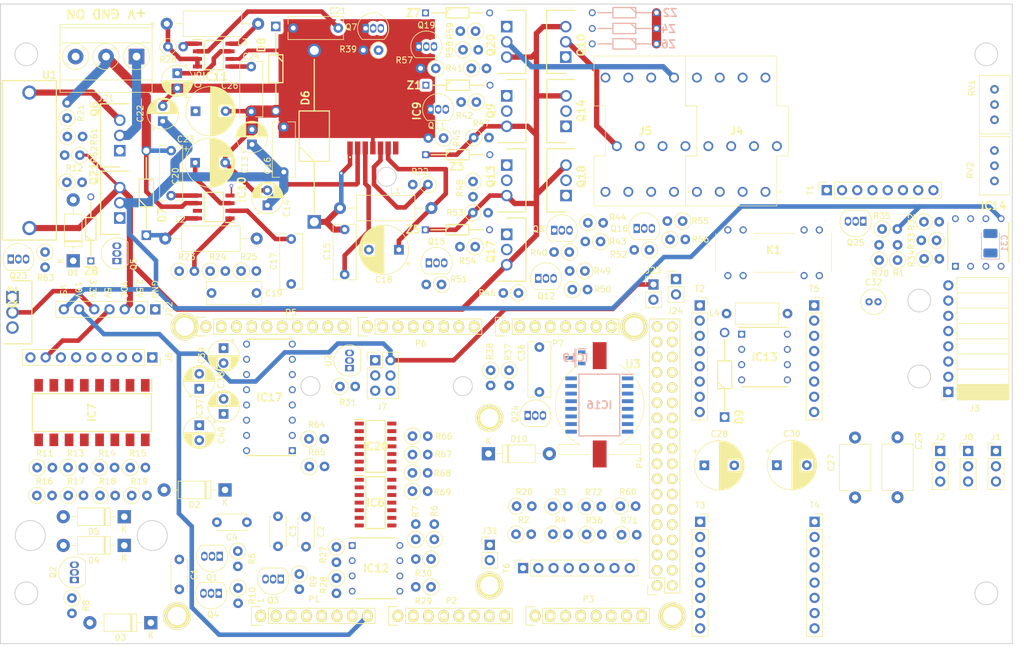
<source format=kicad_pcb>
(kicad_pcb (version 20211014) (generator pcbnew)
  (title_block (date "mar. 31 mars 2015"))
  (layers (0 "F.Cu" power) (1 "In1.Cu" signal) (2 "In2.Cu" signal) (31 "B.Cu" power) (34 "B.Paste" user) (35 "F.Paste" user) (36 "B.SilkS" user "B.Silkscreen") (37 "F.SilkS" user "F.Silkscreen") (38 "B.Mask" user) (39 "F.Mask" user) (44 "Edge.Cuts" user))
  (net 0 "")
  (net 1 "GND")
  (net 2 "+5V")
  (net 3 "+10V")
  (net 4 "+VDC")
  (net 5 "Net-(D10-Pad1)")
  (net 6 "Net-(J31-Pad1)")
  (net 7 "Net-(K1-Pad1)")
  (net 19 "SCLK")
  (net 20 "MOSI")
  (net 21 "MISO")
  (net 23 "Net-(C15-Pad1)")
  (net 24 "Net-(D3-Pad1)")
  (net 25 "ThrottlePositionADC")
  (net 26 "Net-(C15-Pad2)")
  (net 27 "Net-(D2-Pad2)")
  (net 28 "Net-(D3-Pad2)")
  (net 29 "Net-(D4-Pad2)")
  (net 30 "Net-(D8-Pad1)")
  (net 31 "Net-(D9-Pad1)")
  (net 32 "GPSRX")
  (net 33 "GPSTX")
  (net 34 "AltCurrent")
  (net 35 "FuelPressure2")
  (net 36 "AFR2")
  (net 37 "FuelPressure1")
  (net 38 "AFR1")
  (net 39 "OilPressure")
  (net 40 "SCL")
  (net 41 "SDA")
  (net 42 "WaterCS")
  (net 43 "Net-(C37-Pad1)")
  (net 44 "Net-(C38-Pad1)")
  (net 45 "/Sheet6152913C/RSCOM2TX")
  (net 46 "LsideCS")
  (net 47 "CarbCS")
  (net 48 "AmbientCS")
  (net 49 "RsideCS")
  (net 50 "FrontCS")
  (net 51 "Logging")
  (net 52 "Net-(IC7-Pad1)")
  (net 53 "Net-(C40-Pad1)")
  (net 54 "+3.3VP")
  (net 55 "Net-(D4-Pad1)")
  (net 56 "+2V5")
  (net 57 "Net-(C17-Pad1)")
  (net 58 "Net-(C19-Pad1)")
  (net 59 "Net-(D2-Pad1)")
  (net 60 "Net-(IC7-Pad3)")
  (net 61 "Net-(IC7-Pad7)")
  (net 62 "Net-(C20-Pad1)")
  (net 63 "GPSBat")
  (net 64 "Net-(C24-Pad1)")
  (net 65 "Net-(C27-Pad1)")
  (net 66 "Net-(C28-Pad1)")
  (net 67 "Net-(C30-Pad1)")
  (net 68 "Net-(C31-Pad1)")
  (net 69 "Net-(C32-Pad1)")
  (net 70 "Net-(C37-Pad2)")
  (net 71 "Net-(C38-Pad2)")
  (net 72 "Net-(C39-Pad2)")
  (net 73 "Net-(D5-Pad1)")
  (net 74 "Net-(D5-Pad2)")
  (net 75 "Net-(D7-Pad1)")
  (net 76 "Net-(IC7-Pad5)")
  (net 77 "Net-(IC14-Pad1)")
  (net 78 "IN3TTL")
  (net 79 "IN2TTL")
  (net 81 "IN1TTL")
  (net 84 "/A1")
  (net 88 "/Sheet6152913C/RSCOM2RX")
  (net 95 "RPMEN")
  (net 106 "Com2RX")
  (net 108 "Sense2-1")
  (net 109 "Sense2-3")
  (net 116 "Net-(Q8-Pad3)")
  (net 117 "Net-(IC9-Pad5)")
  (net 119 "Net-(IC10-Pad1)")
  (net 120 "Net-(IC11-Pad1)")
  (net 121 "VoltageSensor")
  (net 122 "Net-(IC12-Pad3)")
  (net 123 "Net-(IC12-Pad5)")
  (net 124 "Net-(IC14-Pad4)")
  (net 125 "Net-(IC14-Pad6)")
  (net 129 "Sense2-4")
  (net 130 "Com2TX")
  (net 131 "Com1TX")
  (net 132 "Com1RX")
  (net 133 "Sense2-6")
  (net 134 "Sense2-7")
  (net 135 "Sense2-8")
  (net 136 "Sense2-9")
  (net 137 "Sense2-10")
  (net 138 "Sense2-11")
  (net 139 "Sense2-12")
  (net 140 "Net-(J24-Pad1)")
  (net 141 "Sense1-1")
  (net 142 "Sense1-3")
  (net 143 "Sense1-4")
  (net 144 "Sense1-7")
  (net 145 "Sense1-10")
  (net 146 "Sense1-11")
  (net 147 "SDCS")
  (net 148 "SDDetect")
  (net 149 "Vacuum1")
  (net 150 "Vacuum2")
  (net 151 "/A10")
  (net 153 "OUTPUTLED2")
  (net 154 "Net-(Q6-Pad1)")
  (net 155 "Net-(Q6-Pad3)")
  (net 156 "OUTPUTLED1")
  (net 157 "Net-(Q7-Pad3)")
  (net 158 "OUTPUTSiren")
  (net 159 "Net-(Q9-Pad1)")
  (net 160 "Net-(Q10-Pad1)")
  (net 161 "OUTPUT4")
  (net 162 "OUTPUT3")
  (net 163 "Net-(Q11-Pad3)")
  (net 164 "OUTPUT2")
  (net 165 "Net-(Q12-Pad3)")
  (net 166 "Net-(Q13-Pad1)")
  (net 167 "Net-(Q14-Pad1)")
  (net 168 "OUTPUT1")
  (net 169 "Net-(Q15-Pad3)")
  (net 170 "Net-(Q16-Pad3)")
  (net 171 "Net-(Q17-Pad1)")
  (net 172 "Net-(Q18-Pad1)")
  (net 173 "Net-(Q19-Pad3)")
  (net 174 "Net-(Q20-Pad1)")
  (net 181 "Net-(C21-Pad1)")
  (net 182 "SpareBufferedADC")
  (net 183 "Sense1-6")
  (net 186 "+VSW")
  (net 187 "Net-(D1-Pad1)")
  (net 188 "PowerOn")
  (net 189 "Net-(J21-Pad1)")
  (net 190 "Net-(Q21-Pad1)")
  (net 191 "+3.3VA")
  (net 193 "Net-(Q5-Pad3)")
  (net 194 "Net-(IC19-Pad2)")
  (net 197 "Net-(Q22-Pad1)")
  (net 198 "Sense1-9")
  (net 199 "Sense1-12")
  (net 200 "Sense1-8")
  (net 201 "Sense2-2")
  (net 202 "Sense2-5")
  (net 205 "Net-(K1-Pad6)")
  (net 206 "SWSCLK")
  (net 207 "RTDSCLK")
  (net 208 "SWMISO")
  (net 209 "RTDMISO")
  (net 210 "SWMOSI")
  (net 211 "RTDMOSI")
  (footprint "Socket_Arduino_Mega:Socket_Strip_Arduino_2x18" (layer "F.Cu") (at 178.0211 143.9719 90)
    (fp_text reference "P4")
    (fp_text value "Digital")
  )
  (footprint "Socket_Arduino_Mega:Socket_Strip_Arduino_1x08" (layer "F.Cu") (at 111.9811 149.0519)
    (fp_text reference "P1")
    (fp_text value "Power")
  )
  (footprint "Socket_Arduino_Mega:Socket_Strip_Arduino_1x08" (layer "F.Cu") (at 134.8411 149.0519)
    (fp_text reference "P2")
    (fp_text value "Analog")
  )
  (footprint "Socket_Arduino_Mega:Socket_Strip_Arduino_1x08" (layer "F.Cu") (at 157.7011 149.0519)
    (fp_text reference "P3")
    (fp_text value "Analog")
  )
  (footprint "Socket_Arduino_Mega:Socket_Strip_Arduino_1x10" (layer "F.Cu") (at 102.8371 100.7919)
    (fp_text reference "P5")
    (fp_text value "PWM")
  )
  (footprint "Socket_Arduino_Mega:Socket_Strip_Arduino_1x08" (layer "F.Cu") (at 129.7611 100.7919)
    (fp_text reference "P6")
    (fp_text value "PWM")
  )
  (footprint "Socket_Arduino_Mega:Socket_Strip_Arduino_1x08" (layer "F.Cu") (at 152.6211 100.7919)
    (fp_text reference "P7")
    (fp_text value "Communication")
  )
  (footprint "Socket_Arduino_Mega:Arduino_1pin" (layer "F.Cu") (at 98.0111 149.0519)
    (fp_text reference "P8" hide)
    (fp_text value "CONN_01X01" hide)
  )
  (footprint "Socket_Arduino_Mega:Arduino_1pin" (layer "F.Cu") (at 150.0811 143.9719)
    (fp_text reference "P9" hide)
    (fp_text value "CONN_01X01" hide)
  )
  (footprint "Socket_Arduino_Mega:Arduino_1pin" (layer "F.Cu") (at 180.5611 149.0519)
    (fp_text reference "P10" hide)
    (fp_text value "CONN_01X01" hide)
  )
  (footprint "Socket_Arduino_Mega:Arduino_1pin" (layer "F.Cu") (at 99.2811 100.7919)
    (fp_text reference "P11" hide)
    (fp_text value "CONN_01X01" hide)
  )
  (footprint "Socket_Arduino_Mega:Arduino_1pin" (layer "F.Cu") (at 150.0811 116.0319)
    (fp_text reference "P12" hide)
    (fp_text value "CONN_01X01" hide)
  )
  (footprint "Socket_Arduino_Mega:Arduino_1pin" (layer "F.Cu") (at 174.2111 100.7919)
    (fp_text reference "P13" hide)
    (fp_text value "CONN_01X01" hide)
  )
  (footprint "SamacSys_Parts:1727751" (layer "F.Cu") (at 196.1016 78.3024 180)
    (fp_text reference "J4")
    (fp_text value "Sense1" hide)
  )
  (footprint "SamacSys_Parts:1727751" (layer "F.Cu") (at 180.8573 78.3024 180)
    (fp_text reference "J5")
    (fp_text value "Sense2" hide)
  )
  (footprint "SamacSys_Parts:DIOAD1414W86L464D238" (layer "F.Cu") (at 92.8922 85.5484 90)
    (fp_text reference "D7")
    (fp_text value "1N5817" hide)
  )
  (footprint "Diode_THT:D_DO-41_SOD81_P10.16mm_Horizontal" (layer "F.Cu") (at 149.9228 121.993)
    (fp_text reference "D10")
    (fp_text value "1N4001")
  )
  (footprint "Package_TO_SOT_THT:TO-92_Inline" (layer "F.Cu") (at 160.8901 84.7187)
    (fp_text reference "Q8")
    (fp_text value "2N7000")
  )
  (footprint "Resistor_THT:R_Axial_DIN0207_L6.3mm_D2.5mm_P2.54mm_Vertical" (layer "F.Cu") (at 168.6078 86.594 180)
    (fp_text reference "R43")
    (fp_text value "100k")
  )
  (footprint "Diode_THT:D_DO-41_SOD81_P10.16mm_Horizontal" (layer "F.Cu") (at 80.7063 89.8087 90)
    (fp_text reference "D1")
    (fp_text value "1N4007")
  )
  (footprint "Package_TO_SOT_THT:TO-92_Inline" (layer "F.Cu") (at 174.6245 84.4132)
    (fp_text reference "Q16")
    (fp_text value "2N7000")
  )
  (footprint "SamacSys_Parts:TO254P469X1042X1967-3P" (layer "F.Cu") (at 152.9691 73.8473 -90)
    (fp_text reference "Q13")
    (fp_text value "IRF9Z34NPBF" hide)
  )
  (footprint "Resistor_THT:R_Axial_DIN0207_L6.3mm_D2.5mm_P2.54mm_Vertical" (layer "F.Cu") (at 108.1447 138.2433 -90)
    (fp_text reference "R5")
    (fp_text value "1M")
  )
  (footprint "Resistor_THT:R_Axial_DIN0207_L6.3mm_D2.5mm_P2.54mm_Vertical" (layer "F.Cu") (at 120.0569 124.1169)
    (fp_text reference "R65")
    (fp_text value "47K")
  )
  (footprint "Resistor_THT:R_Axial_DIN0207_L6.3mm_D2.5mm_P2.54mm_Vertical" (layer "F.Cu") (at 172.102219 135.512072)
    (fp_text reference "R71")
    (fp_text value "100K")
  )
  (footprint "Resistor_THT:R_Axial_DIN0207_L6.3mm_D2.5mm_P2.54mm_Vertical" (layer "F.Cu") (at 180.1954 86.2477)
    (fp_text reference "R56")
    (fp_text value "10k")
  )
  (footprint "SamacSys_Parts:TO254P469X1042X1967-3P" (layer "F.Cu") (at 88.4716 71.4367 90)
    (fp_text reference "Q6")
    (fp_text value "IRF9Z34NPBF" hide)
  )
  (footprint "Capacitor_THT:CP_Radial_D8.0mm_P5.00mm" (layer "F.Cu") (at 197.9939 123.9045)
    (fp_text reference "C30")
    (fp_text value "68uF")
  )
  (footprint "Resistor_THT:R_Axial_DIN0207_L6.3mm_D2.5mm_P2.54mm_Vertical" (layer "F.Cu") (at 147.7741 51.4948 180)
    (fp_text reference "R59")
    (fp_text value "10k")
  )
  (footprint "Resistor_THT:R_Axial_DIN0207_L6.3mm_D2.5mm_P2.54mm_Vertical" (layer "F.Cu") (at 147.3515 76.5878 -90)
    (fp_text reference "R48")
    (fp_text value "10k")
  )
  (footprint "Resistor_THT:R_Axial_DIN0207_L6.3mm_D2.5mm_P2.54mm_Vertical" (layer "F.Cu") (at 120.0064 119.516)
    (fp_text reference "R64")
    (fp_text value "47K")
  )
  (footprint "Resistor_THT:R_Axial_DIN0207_L6.3mm_D2.5mm_P2.54mm_Vertical" (layer "F.Cu") (at 139.8431 77.0851 180)
    (fp_text reference "R22")
    (fp_text value "4.7K")
  )
  (footprint "Resistor_THT:R_Axial_DIN0207_L6.3mm_D2.5mm_P2.54mm_Vertical" (layer "F.Cu") (at 147.0614 57.7233)
    (fp_text reference "R41")
    (fp_text value "100k")
  )
  (footprint "Connector_PinHeader_2.54mm:PinHeader_1x02_P2.54mm_Vertical" (layer "F.Cu") (at 181.1868 92.8778)
    (fp_text reference "J24")
    (fp_text value "Conn_01x02")
  )
  (footprint "Inductor_THT:L_Axial_L9.5mm_D4.0mm_P15.24mm_Horizontal_Fastron_SMCC" (layer "F.Cu") (at 96.0522 86.1024)
    (fp_text reference "L2")
    (fp_text value "100mH")
  )
  (footprint "Resistor_THT:R_Axial_DIN0207_L6.3mm_D2.5mm_P2.54mm_Vertical" (layer "F.Cu") (at 79.6874 66.0026 90)
    (fp_text reference "R21")
    (fp_text value "4.7K")
  )
  (footprint "Resistor_THT:R_Axial_DIN0207_L6.3mm_D2.5mm_P2.54mm_Vertical" (layer "F.Cu") (at 79.7305 69.0775)
    (fp_text reference "R61")
    (fp_text value "10k")
  )
  (footprint "Connector_PinSocket_2.54mm:PinSocket_1x08_P2.54mm_Vertical" (layer "F.Cu") (at 185.2056 133.3414)
    (fp_text reference "T3")
    (fp_text value "Conn_01x08")
  )
  (footprint "SamacSys_Parts:DIOAD1414W86L464D238" (layer "F.Cu") (at 114.4763 50.7163 -90)
    (fp_text reference "D8")
    (fp_text value "1N5817" hide)
  )
  (footprint "Resistor_THT:R_Axial_DIN0207_L6.3mm_D2.5mm_P2.54mm_Vertical" (layer "F.Cu") (at 145.6841 54.6099)
    (fp_text reference "R58")
    (fp_text value "100k")
  )
  (footprint "Package_TO_SOT_THT:TO-92_Inline" (layer "F.Cu") (at 70.3039 89.5266)
    (fp_text reference "Q23")
    (fp_text value "2N7000")
  )
  (footprint "Package_TO_SOT_THT:TO-92_Inline" (layer "F.Cu") (at 80.9001 143.056 90)
    (fp_text reference "Q2")
    (fp_text value "2N7000")
  )
  (footprint "SamacSys_Parts:DIOAD2860W130L840D505" (layer "F.Cu") (at 120.8884 83.3196 90)
    (fp_text reference "D6")
    (fp_text value "SR305-TP" hide)
  )
  (footprint "Package_TO_SOT_THT:TO-92_Inline" (layer "F.Cu") (at 126.7619 107.7167 90)
    (fp_text reference "U2")
    (fp_text value "TL431LP")
  )
  (footprint "Package_TO_SOT_THT:TO-92_Inline" (layer "F.Cu") (at 156.4657 115.6131)
    (fp_text reference "Q24")
    (fp_text value "BS250")
  )
  (footprint "Inductor_THT:L_Axial_L7.0mm_D3.3mm_P10.16mm_Horizontal_Fastron_MICC" (layer "F.Cu") (at 199.7713 98.6172 180)
    (fp_text reference "L4")
    (fp_text value "47uH")
  )
  (footprint "Package_TO_SOT_THT:TO-92_Inline" (layer "F.Cu") (at 140.0017 90.1599)
    (fp_text reference "Q15")
    (fp_text value "2N7000")
  )
  (footprint "SamacSys_Parts:LM2670SX50NOPB" (layer "F.Cu") (at 130.6584 62.6671 -90)
    (fp_text reference "IC9")
    (fp_text value "LM2670SX-5.0_NOPB" hide)
  )
  (footprint "Resistor_THT:R_Axial_DIN0207_L6.3mm_D2.5mm_P2.54mm_Vertical" (layer "F.Cu") (at 125.1724 110.7726)
    (fp_text reference "R31")
    (fp_text value "1k")
  )
  (footprint "Resistor_THT:R_Axial_DIN0207_L6.3mm_D2.5mm_P2.54mm_Vertical" (layer "F.Cu") (at 137.2621 122.1367)
    (fp_text reference "R67")
    (fp_text value "47K")
  )
  (footprint "Resistor_THT:R_Axial_DIN0207_L6.3mm_D2.5mm_P2.54mm_Vertical" (layer "F.Cu") (at 103.5276 91.5208)
    (fp_text reference "R24")
    (fp_text value "1k")
  )
  (footprint "TerminalBlock_Phoenix:TerminalBlock_Phoenix_MKDS-3-3-5.08_1x03_P5.08mm_Horizontal" (layer "F.Cu") (at 91.2652 55.7431 180)
    (fp_text reference "J21")
    (fp_text value "Screw_Terminal_01x03")
  )
  (footprint "Connector_PinSocket_2.54mm:PinSocket_1x08_P2.54mm_Vertical" (layer "F.Cu") (at 204.2827 133.3414)
    (fp_text reference "T4")
    (fp_text value "Conn_01x08")
  )
  (footprint "Capacitor_THT:C_Rect_L9.0mm_W3.6mm_P7.50mm_MKT" (layer "F.Cu") (at 103.7645 95.181)
    (fp_text reference "C19")
    (fp_text value "3.3nF")
  )
  (footprint "SamacSys_Parts:DIP051A7212L" (layer "F.Cu") (at 205.0741 84.6638 180)
    (fp_text reference "K1")
    (fp_text value "DIP05-1A72-12L" hide)
  )
  (footprint "Capacitor_THT:CP_Radial_D5.0mm_P2.50mm" (layer "F.Cu") (at 113.0743 80.5548 90)
    (fp_text reference "C14")
    (fp_text value "15uF")
  )
  (footprint "Resistor_THT:R_Axial_DIN0207_L6.3mm_D2.5mm_P2.54mm_Vertical" (layer "F.Cu") (at 154.9337 95.1829 180)
    (fp_text reference "R46")
    (fp_text value "1M")
  )
  (footprint "Resistor_THT:R_Axial_DIN0207_L6.3mm_D2.5mm_P2.54mm_Vertical" (layer "F.Cu") (at 118.3905 142.0646 -90)
    (fp_text reference "R9")
    (fp_text value "1M")
  )
  (footprint "Resistor_THT:R_Axial_DIN0207_L6.3mm_D2.5mm_P2.54mm_Vertical" (layer "F.Cu") (at 166.193819 130.785352)
    (fp_text reference "R72")
    (fp_text value "100K")
  )
  (footprint "Package_TO_SOT_THT:TO-92_Inline" (layer "F.Cu") (at 138.3024 54.0778)
    (fp_text reference "Q19")
    (fp_text value "2N7000")
  )
  (footprint "Connector_PinSocket_2.54mm:PinSocket_1x09_P2.54mm_Vertical" (layer "F.Cu") (at 93.8968 105.9256 -90)
    (fp_text reference "J6")
    (fp_text value "AdafruitUltimateGPS")
  )
  (footprint "Resistor_THT:R_Axial_DIN0207_L6.3mm_D2.5mm_P2.54mm_Vertical" (layer "F.Cu") (at 153.369 108.0728 -90)
    (fp_text reference "R37")
    (fp_text value "10k")
  )
  (footprint "Capacitor_THT:C_Disc_D4.7mm_W2.5mm_P5.00mm" (layer "F.Cu") (at 119.5121 132.5035 -90)
    (fp_text reference "C2")
    (fp_text value "22nF")
  )
  (footprint "SamacSys_Parts:TO254P469X1042X1967-3P" (layer "F.Cu") (at 152.9691 50.7487 -90)
    (fp_text reference "Q20")
    (fp_text value "IRF9Z34NPBF" hide)
  )
  (footprint "Resistor_THT:R_Axial_DIN0207_L6.3mm_D2.5mm_P2.54mm_Vertical" (layer "F.Cu") (at 224.6113 86.3996 180)
    (fp_text reference "R33")
    (fp_text value "22k")
  )
  (footprint "Connector_PinHeader_2.54mm:PinHeader_1x07_P2.54mm_Vertical" (layer "F.Cu") (at 94.3849 97.9086 -90)
    (fp_text reference "J22")
    (fp_text value "Conn_01x07")
  )
  (footprint "Resistor_THT:R_Axial_DIN0207_L6.3mm_D2.5mm_P2.54mm_Vertical" (layer "F.Cu") (at 154.518819 135.417538)
    (fp_text reference "R2")
    (fp_text value "100K")
  )
  (footprint "SamacSys_Parts:SOP254P1016X460-16N" (layer "F.Cu") (at 83.8285 115.1297 -90)
    (fp_text reference "IC7")
    (fp_text value "LTV-846S" hide)
  )
  (footprint "SamacSys_Parts:DIOAD1068W53L380D172" (layer "F.Cu") (at 139.4004 84.6371)
    (fp_text reference "Z5")
    (fp_text value "BZX79C10" hide)
  )
  (footprint "Capacitor_THT:C_Rect_L9.0mm_W3.6mm_P7.50mm_MKT" (layer "F.Cu") (at 158.4114 104.2072 -90)
    (fp_text reference "C36")
    (fp_text value "0.1uF")
  )
  (footprint "SamacSys_Parts:SOIC127P600X175-8N" (layer "F.Cu") (at 104.1293 55.4989)
    (fp_text reference "IC11")
    (fp_text value "LM2597M-3.3_NOPB" hide)
  )
  (footprint "Resistor_THT:R_Axial_DIN0207_L6.3mm_D2.5mm_P2.54mm_Vertical" (layer "F.Cu") (at 165.9955 91.5055 180)
    (fp_text reference "R49")
    (fp_text value "100k")
  )
  (footprint "SamacSys_Parts:DIOAD1414W86L464D238" (layer "F.Cu") (at 189.2879 115.8806 90)
    (fp_text reference "D9")
    (fp_text value "1N5817" hide)
  )
  (footprint "Resistor_THT:R_Axial_DIN0207_L6.3mm_D2.5mm_P2.54mm_Vertical" (layer "F.Cu") (at 218.1119 89.6956 90)
    (fp_text reference "R1")
    (fp_text value "47K")
  )
  (footprint "Package_TO_SOT_THT:TO-92_Inline" (layer "F.Cu") (at 158.2379 92.7481)
    (fp_text reference "Q12")
    (fp_text value "2N7000")
  )
  (footprint "Capacitor_THT:CP_Radial_D5.0mm_P2.50mm" (layer "F.Cu") (at 105.7776 104.3788 -90)
    (fp_text reference "C39")
    (fp_text value "1uF")
  )
  (footprint "Capacitor_THT:CP_Radial_D5.0mm_P2.50mm" (layer "F.Cu") (at 101.7182 117.2432 -90)
    (fp_text reference "C40")
    (fp_text value "1uF")
  )
  (footprint "Resistor_THT:R_Axial_DIN0207_L6.3mm_D2.5mm_P2.54mm_Vertical" (layer "F.Cu") (at 74.6947 124.3106)
    (fp_text reference "R11")
    (fp_text value "330")
  )
  (footprint "Resistor_THT:R_Axial_DIN0207_L6.3mm_D2.5mm_P2.54mm_Vertical" (layer "F.Cu") (at 80.4959 146.0816 -90)
    (fp_text reference "R8")
    (fp_text value "1M")
  )
  (footprint "Capacitor_THT:C_Rect_L9.0mm_W3.6mm_P7.50mm_MKT" (layer "F.Cu") (at 115.811 75.0036 90)
    (fp_text reference "C16")
    (fp_text value "0.47uF")
  )
  (footprint "Resistor_THT:R_Axial_DIN0207_L6.3mm_D2.5mm_P2.54mm_Vertical" (layer "F.Cu") (at 108.1889 144.4001 -90)
    (fp_text reference "R10")
    (fp_text value "1M")
  )
  (footprint "Resistor_THT:R_Axial_DIN0207_L6.3mm_D2.5mm_P2.54mm_Vertical" (layer "F.Cu") (at 147.4709 69.2626)
    (fp_text reference "R47")
    (fp_text value "100k")
  )
  (footprint "Potentiometer_THT:Potentiometer_Bourns_3296W_Vertical" (layer "F.Cu") (at 234.2693 71.4127 90)
    (fp_text reference "RV2")
    (fp_text value "100k")
  )
  (footprint "Resistor_THT:R_Axial_DIN0207_L6.3mm_D2.5mm_P2.54mm_Vertical" (layer "F.Cu") (at 79.6462 76.7185)
    (fp_text reference "R12")
    (fp_text value "1M")
  )
  (footprint "Resistor_THT:R_Axial_DIN0207_L6.3mm_D2.5mm_P2.54mm_Vertical" (layer "F.Cu") (at 222.5151 83.3027)
    (fp_text reference "R32")
    (fp_text value "10k")
  )
  (footprint "Package_TO_SOT_THT:TO-92_Inline" (layer "F.Cu") (at 115.308 142.9056 180)
    (fp_text reference "Q3")
    (fp_text value "2N7000")
  )
  (footprint "SamacSys_Parts:DIP762W56P254L938H457Q8N" (layer "F.Cu") (at 195.9383 105.8619)
    (fp_text reference "IC13")
    (fp_text value "MAX764CPA+" hide)
  )
  (footprint "Connector_PinHeader_2.54mm:PinHeader_1x03_P2.54mm_Vertical" (layer "F.Cu") (at 229.8722 121.5478)
    (fp_text reference "J8")
    (fp_text value "Conn_01x03")
  )
  (footprint "Resistor_THT:R_Axial_DIN0207_L6.3mm_D2.5mm_P2.54mm_Vertical" (layer "F.Cu") (at 147.9081 63.3286 180)
    (fp_text reference "R42")
    (fp_text value "10k")
  )
  (footprint "Capacitor_THT:C_Rect_L9.0mm_W3.6mm_P7.50mm_MKT" (layer "F.Cu") (at 125.9595 92.0977 90)
    (fp_text reference "C15")
    (fp_text value "0.1uF")
  )
  (footprint "Resistor_THT:R_Axial_DIN0207_L6.3mm_D2.5mm_P2.54mm_Vertical" (layer "F.Cu") (at 222.5389 89.4786)
    (fp_text reference "R34")
    (fp_text value "100k")
  )
  (footprint "Capacitor_THT:CP_Radial_D8.0mm_P5.00mm" (layer "F.Cu") (at 134.9979 87.9647 180)
    (fp_text reference "C18")
    (fp_text value "120uF")
  )
  (footprint "SamacSys_Parts:TO254P469X1042X1967-3P" (layer "F.Cu") (at 152.9691 85.3965 -90)
    (fp_text reference "Q17")
    (fp_text value "IRF9Z34NPBF" hide)
  )
  (footprint "Capacitor_THT:C_Disc_D7.5mm_W5.0mm_P10.00mm" (layer "F.Cu") (at 211.0314 119.2906 -90)
    (fp_text reference "C27")
    (fp_text value "0.1uF")
  )
  (footprint "Capacitor_THT:C_Disc_D7.5mm_W5.0mm_P10.00mm" (layer "F.Cu") (at 218.1104 119.2609 -90)
    (fp_text reference "C29")
    (fp_text value "0.1uF")
  )
  (footprint "Capacitor_THT:CP_Radial_D5.0mm_P2.50mm" (layer "F.Cu") (at 110.5087 70.4061 90)
    (fp_text reference "C13")
    (fp_text value "15uF")
  )
  (footprint "Resistor_THT:R_Axial_DIN0207_L6.3mm_D2.5mm_P2.54mm_Vertical" (layer "F.Cu") (at 137.2481 128.2413)
    (fp_text reference "R69")
    (fp_text value "47K")
  )
  (footprint "Package_TO_SOT_THT:TO-92_Inline" (layer "F.Cu") (at 140.2618 64.5412)
    (fp_text reference "Q11")
    (fp_text value "2N7000")
  )
  (footprint "Resistor_THT:R_Axial_DIN0207_L6.3mm_D2.5mm_P2.54mm_Vertical" (layer "F.Cu") (at 154.613354 130.738084)
    (fp_text reference "R20")
    (fp_text value "100K")
  )
  (footprint "Resistor_THT:R_Axial_DIN0207_L6.3mm_D2.5mm_P2.54mm_Vertical" (layer "F.Cu") (at 137.2621 119.0619)
    (fp_text reference "R66")
    (fp_text value "47K")
  )
  (footprint "Resistor_THT:R_Axial_DIN0207_L6.3mm_D2.5mm_P2.54mm_Vertical" (layer "F.Cu") (at 142.4354 69.3335 180)
    (fp_text reference "R45")
    (fp_text value "1M")
  )
  (footprint "SamacSys_Parts:TO254P465X1024X2050-3P" (layer "F.Cu") (at 70.5841 95.8672 -90)
    (fp_text reference "Q22")
    (fp_text value "IRF9610PBF-BE3" hide)
  )
  (footprint "Capacitor_THT:C_Disc_D4.7mm_W2.5mm_P5.00mm" (layer "F.Cu") (at 98.3932 139.624 -90)
    (fp_text reference "C1")
    (fp_text value "22nF")
  )
  (footprint "Diode_THT:D_DO-41_SOD81_P10.16mm_Horizontal" (layer "F.Cu") (at 106.0149 128.0354 180)
    (fp_text reference "D2")
    (fp_text value "1N4007")
  )
  (footprint "SamacSys_Parts:SOIC127P600X175-8N" (layer "F.Cu") (at 104.1293 80.8329 180)
    (fp_text reference "IC10")
    (fp_text value "LM2597MX-ADJ_NOPB" hide)
  )
  (footprint "Resistor_THT:R_Axial_DIN0207_L6.3mm_D2.5mm_P2.54mm_Vertical" (layer "F.Cu") (at 74.6432 128.9698)
    (fp_text reference "R16")
    (fp_text value "22k")
  )
  (footprint "Capacitor_THT:C_Rect_L9.0mm_W3.6mm_P7.50mm_MKT" (layer "F.Cu") (at 124.8902 50.9807 180)
    (fp_text reference "C21")
    (fp_text value "0.1uF")
  )
  (footprint "Connector_PinSocket_2.54mm:PinSocket_1x08_P2.54mm_Horizontal" (layer "F.Cu") (at 226.5812 111.6907 180)
    (fp_text reference "J3")
    (fp_text value "Conn_01x08")
  )
  (footprint "Resistor_THT:R_Axial_DIN0207_L6.3mm_D2.5mm_P2.54mm_Vertical" (layer "F.Cu") (at 96.498 54.1019)
    (fp_text reference "R26")
    (fp_text value "4.7K")
  )
  (footprint "Resistor_THT:R_Axial_DIN0207_L6.3mm_D2.5mm_P2.54mm_Vertical" (layer "F.Cu") (at 85.1604 128.9698)
    (fp_text reference "R18")
    (fp_text value "22k")
  )
  (footprint "Connector_PinSocket_2.54mm:PinSocket_1x08_P2.54mm_Vertical" (layer "F.Cu") (at 185.1388 97.2495)
    (fp_text reference "T2")
    (fp_text value "Conn_01x08")
  )
  (footprint "Resistor_THT:R_Axial_DIN0207_L6.3mm_D2.5mm_P2.54mm_Vertical" (layer "F.Cu") (at 124.5801 137.5534 -90)
    (fp_text reference "R27")
    (fp_text value "47k")
  )
  (footprint "SamacSys_Parts:DIP762W56P254L1918H457Q16N" (layer "F.Cu") (at 113.417 112.5937 180)
    (fp_text reference "IC17")
    (fp_text value "MAX232CPE+" hide)
  )
  (footprint "Resistor_THT:R_Axial_DIN0207_L6.3mm_D2.5mm_P2.54mm_Vertical" (layer "F.Cu") (at 160.658819 135.417538)
    (fp_text reference "R4")
    (fp_text value "100K")
  )
  (footprint "SamacSys_Parts:S8411-45R_1" (layer "F.Cu") (at 168.4618 113.8325)
    (fp_text reference "U3")
    (fp_text value "S8411-45R" hide)
  )
  (footprint "Resistor_THT:R_Axial_DIN0207_L6.3mm_D2.5mm_P2.54mm_Vertical" (layer "F.Cu") (at 140.3499 139.5649 180)
    (fp_text reference "R30")
    (fp_text value "1M")
  )
  (footprint "SamacSys_Parts:DIOAD1068W53L380D172" (layer "F.Cu") (at 139.4906 60.5191)
    (fp_text reference "Z1")
    (fp_text value "BZX79C10" hide)
  )
  (footprint "Resistor_THT:R_Axial_DIN0207_L6.3mm_D2.5mm_P2.54mm_Vertical" (layer "F.Cu") (at 171.913151 130.738084)
    (fp_text reference "R60")
    (fp_text value "100K")
  )
  (footprint "Resistor_THT:R_Axial_DIN0207_L6.3mm_D2.5mm_P2.54mm_Vertical" (layer "F.Cu") (at 163.9024 94.613)
    (fp_text reference "R50")
    (fp_text value "10k")
  )
  (footprint "Capacitor_THT:CP_Radial_D8.0mm_P5.00mm" (layer "F.Cu") (at 185.902 123.9342)
    (fp_text reference "C28")
    (fp_text value "120uF")
  )
  (footprint "Capacitor_THT:CP_Radial_D5.0mm_P2.50mm" (layer "F.Cu") (at 101.7182 111.1662 90)
    (fp_text reference "C38")
    (fp_text value "1uF")
  )
  (footprint "SamacSys_Parts:DIOAD1068W53L380D172" (layer "F.Cu") (at 83.6475 89.837 90)
    (fp_text reference "Z8")
    (fp_text value "BZX79C10" hide)
  )
  (footprint "SamacSys_Parts:DIOAD1068W53L380D172" (layer "F.Cu") (at 139.4238 48.4534)
    (fp_text reference "Z7")
    (fp_text value "BZX79C10" hide)
  )
  (footprint "SamacSys_Parts:DIOAD1068W53L380D172" (layer "F.Cu") (at 139.4517 72.1106)
    (fp_text reference "Z3")
    (fp_text value "BZX79C10" hide)
  )
  (footprint "SamacSys_Parts:BK_HTC-15M" (layer "F.Cu") (at 73.4027 73.047 -90)
    (fp_text reference "U1")
    (fp_text value "BK_HTC-15M" hide)
  )
  (footprint "Potentiometer_THT:Potentiometer_Bourns_3296W_Vertical" (layer "F.Cu") (at 234.2827 61.2102 90)
    (fp_text reference "RV1")
    (fp_text value "100k")
  )
  (footprint "Package_TO_SOT_THT:TO-92_Inline" (layer "F.Cu") (at 129.4394 51.0333)
    (fp_text reference "Q7")
    (fp_text value "2N7000")
  )
  (footprint "Capacitor_THT:CP_Radial_D8.0mm_P5.00mm" (layer "F.Cu") (at 101.1043 64.8509)
    (fp_text reference "C26")
    (fp_text value "120uF")
  )
  (footprint "Resistor_THT:R_Axial_DIN0207_L6.3mm_D2.5mm_P2.54mm_Vertical" (layer "F.Cu") (at 108.6927 91.5112)
    (fp_text reference "R25")
    (fp_text value "7.5K")
  )
  (footprint "Capacitor_THT:C_Rect_L9.0mm_W3.6mm_P7.50mm_MKT" (layer "F.Cu") (at 97.0281 78.9373 90)
    (fp_text reference "C20")
    (fp_text value "0.1uF")
  )
  (footprint "Connector_PinSocket_2.54mm:PinSocket_1x08_P2.54mm_Vertical" (layer "F.Cu") (at 206.3186 78.0314 90)
    (fp_text reference "T1")
    (fp_text value "Conn_01x08")
  )
  (footprint "Connector_PinHeader_2.54mm:PinHeader_1x03_P2.54mm_Vertical" (layer "F.Cu") (at 234.5222 121.5478)
    (fp_text reference "J1")
    (fp_text value "Conn_01x03")
  )
  (footprint "Resistor_THT:R_Axial_DIN0207_L6.3mm_D2.5mm_P2.54mm_Vertical" (layer "F.Cu") (at 140.3499 144.2041 180)
    (fp_text reference "R29")
    (fp_text value "1M")
  )
  (footprint "Package_TO_SOT_THT:TO-92_Inline" (layer "F.Cu") (at 87.9816 89.8485 90)
    (fp_text reference "Q5")
    (fp_text value "2N7000")
  )
  (footprint "Resistor_THT:R_Axial_DIN0207_L6.3mm_D2.5mm_P2.54mm_Vertical" (layer "F.Cu") (at 90.2062 124.3)
    (fp_text reference "R15")
    (fp_text value "330")
  )
  (footprint "Capacitor_THT:CP_Radial_D5.0mm_P2.50mm" (layer "F.Cu") (at 95.6327 66.5145 90)
    (fp_text reference "C22")
    (fp_text value "68uF")
  )
  (footprint "SamacSys_Parts:DIP794W53P254L959H508Q8N" (layer "F.Cu") (at 131.1882 141.1113)
    (fp_text reference "IC12")
    (fp_text value "OPA2340PA" hide)
  )
  (footprint "SamacSys_Parts:TO254P469X1042X1967-3P" (layer "F.Cu") (at 162.8564 67.378 90)
    (fp_text reference "Q14")
    (fp_text value "IRF9Z34NPBF" hide)
  )
  (footprint "Capacitor_THT:CP_Radial_D8.0mm_P5.00mm" (layer "F.Cu") (at 101.0392 73.4409)
    (fp_text reference "C23")
    (fp_text value "120uF")
  )
  (footprint "Capacitor_THT:C_Disc_D4.7mm_W2.5mm_P5.00mm" (layer "F.Cu") (at 109.6583 133.418 180)
    (fp_text reference "C4")
    (fp_text value "22nF")
  )
  (footprint "Resistor_THT:R_Axial_DIN0207_L6.3mm_D2.5mm_P2.54mm_Vertical" (layer "F.Cu") (at 81.8205 72.1882 180)
    (fp_text reference "R62")
    (fp_text value "100k")
  )
  (footprint "Connector_PinSocket_2.54mm:PinSocket_1x08_P2.54mm_Vertical" (layer "F.Cu") (at 204.2159 97.2495)
    (fp_text reference "T5")
    (fp_text value "Conn_01x08")
  )
  (footprint "Resistor_THT:R_Axial_DIN0207_L6.3mm_D2.5mm_P2.54mm_Vertical" (layer "F.Cu") (at 215.5338 84.508)
    (fp_text reference "R35")
    (fp_text value "470")
  )
  (footprint "Resistor_THT:R_Axial_DIN0207_L6.3mm_D2.5mm_P2.54mm_Vertical" (layer "F.Cu") (at 147.3217 81.7897)
    (fp_text reference "R53")
    (fp_text value "100k")
  )
  (footprint "Resistor_THT:R_Axial_DIN0207_L6.3mm_D2.5mm_P2.54mm_Vertical" (layer "F.Cu") (at 150.2846 108.0728 -90)
    (fp_text reference "R38")
    (fp_text value "10k")
  )
  (footprint "Resistor_THT:R_Axial_DIN0207_L6.3mm_D2.5mm_P2.54mm_Vertical" (layer "F.Cu") (at 182.2854 83.1817 180)
    (fp_text reference "R55")
    (fp_text value "100k")
  )
  (footprint "Connector_PinHeader_2.54mm:PinHeader_1x02_P2.54mm_Vertical" (layer "F.Cu") (at 177.429 93.7592)
    (fp_text reference "J23")
    (fp_text value "Conn_01x02")
  )
  (footprint "Resistor_THT:R_Axial_DIN0207_L6.3mm_D2.5mm_P2.54mm_Vertical" (layer "F.Cu") (at 176.7594 87.9903 180)
    (fp_text reference "R52")
    (fp_text value "1M")
  )
  (footprint "Capacitor_THT:C_Rect_L9.0mm_W3.6mm_P7.50mm_MKT" (layer "F.Cu") (at 117.0482 86.1732 -90)
    (fp_text reference "C17")
    (fp_text value "0.1uF")
  )
  (footprint "Resistor_THT:R_Axial_DIN0207_L6.3mm_D2.5mm_P2.54mm_Vertical" (layer "F.Cu") (at 166.4978 83.48)
    (fp_text reference "R44")
    (fp_text value "10k")
  )
  (footprint "Diode_THT:D_DO-41_SOD81_P10.16mm_Horizontal" (layer "F.Cu") (at 89.2156 132.4979 180)
    (fp_text reference "D5")
    (fp_text value "1N4007")
  )
  (footprint "Capacitor_THT:C_Radial_D4.0mm_H5.0mm_P1.50mm" (layer "F.Cu") (at 213.3643 96.6457)
    (fp_text reference "C32")
    (fp_text value "1uF")
  )
  (footprint "SamacSys_Parts:SOIC127P600X175-14N" (layer "F.Cu") (at 131.0989 130.1514)
    (fp_text reference "IC6")
    (fp_text value "OPA4340UA" hide)
  )
  (footprint "Package_TO_SOT_THT:TO-92_Inline" (layer "F.Cu") (at 212.3988 83.2144 180)
    (fp_text reference "Q25")
    (fp_text value "2N7000")
  )
  (footprint "SamacSys_Parts:TO254P469X1042X1967-3P" (layer "F.Cu") (at 88.4716 82.6691 90)
    (fp_text reference "Q21")
    (fp_text value "IRF9Z34NPBF" hide)
  )
  (footprint "Capacitor_THT:CP_Radial_D5.0mm_P2.50mm" (layer "F.Cu") (at 98.0516 58.5244 -90)
    (fp_text reference "C25")
    (fp_text value "68uF")
  )
  (footprint "Resistor_THT:R_Axial_DIN0207_L6.3mm_D2.5mm_P2.54mm_Vertical" (layer "F.Cu") (at 90.4564 128.9698)
    (fp_text reference "R19")
    (fp_text value "22k")
  )
  (footprint "Resistor_THT:R_Axial_DIN0207_L6.3mm_D2.5mm_P2.54mm_Vertical" (layer "F.Cu") (at 137.2478 125.1935)
    (fp_text reference "R68")
    (fp_text value "47K")
  )
  (footprint "Resistor_THT:R_Axial_DIN0207_L6.3mm_D2.5mm_P2.54mm_Vertical" (layer "F.Cu") (at 215.0326 89.6956 90)
    (fp_text reference "R70")
    (fp_text value "1M")
  )
  (footprint "SamacSys_Parts:SOIC127P600X175-14N" (layer "F.Cu") (at 131.1 120.7701)
    (fp_text reference "IC20")
    (fp_text value "OPA4340UA" hide)
  )
  (footprint "Resistor_THT:R_Axial_DIN0207_L6.3mm_D2.5mm_P2.54mm_Vertical" (layer "F.Cu") (at 140.8959 136.2794 90)
    (fp_text reference "R6")
    (fp_text value "47K")
  )
  (footprint "Resistor_THT:R_Axial_DIN0207_L6.3mm_D2.5mm_P2.54mm_Vertical" (layer "F.Cu") (at 147.7119 87.4632 180)
    (fp_text reference "R54")
    (fp_text value "10k")
  )
  (footprint "Resistor_THT:R_Axial_DIN0207_L6.3mm_D2.5mm_P2.54mm_Vertical" (layer "F.Cu") (at 160.616289 130.785352)
    (fp_text reference "R3")
    (fp_text value "100K")
  )
  (footprint "Resistor_THT:R_Axial_DIN0207_L6.3mm_D2.5mm_P2.54mm_Vertical" (layer "F.Cu") (at 124.5869 142.7394 -90)
    (fp_text reference "R28")
    (fp_text value "19.2k")
  )
  (footprint "Connector_PinHeader_2.54mm:PinHeader_2x03_P2.54mm_Vertical" (layer "F.Cu") (at 131.0455 106.4009)
    (fp_text reference "J7")
    (fp_text value "Conn_02x03_Odd_Even")
  )
  (footprint "Resistor_THT:R_Axial_DIN0207_L6.3mm_D2.5mm_P2.54mm_Vertical" (layer "F.Cu") (at 163.3988 88.3492 180)
    (fp_text reference "R40")
    (fp_text value "1M")
  )
  (footprint "Capacitor_THT:C_Rect_L9.0mm_W3.6mm_P7.50mm_MKT" (layer "F.Cu") (at 110.3836 57.4147 -90)
    (fp_text reference "C24")
    (fp_text value "0.1uF")
  )
  (footprint "Resistor_THT:R_Axial_DIN0207_L6.3mm_D2.5mm_P2.54mm_Vertical" (layer "F.Cu") (at 131.6038 54.6781 180)
    (fp_text reference "R39")
    (fp_text value "1M")
  )
  (footprint "Resistor_THT:R_Axial_DIN0207_L6.3mm_D2.5mm_P2.54mm_Vertical" (layer "F.Cu") (at 142.0968 93.7598 180)
    (fp_text reference "R51")
    (fp_text value "1M")
  )
  (footprint "Connector_PinHeader_2.54mm:PinHeader_1x03_P2.54mm_Vertical" (layer "F.Cu") (at 225.2222 121.5478)
    (fp_text reference "J2")
    (fp_text value "Conn_01x03")
  )
  (footprint "SamacSys_Parts:TO254P469X1042X1967-3P" (layer "F.Cu") (at 152.9691 62.298 -90)
    (fp_text reference "Q9")
    (fp_text value "IRF9Z34NPBF" hide)
  )
  (footprint "Connector_PinHeader_2.54mm:PinHeader_1x02_P2.54mm_Vertical" (layer "F.Cu") (at 150.1456 137.2056)
    (fp_text reference "J31")
    (fp_text value "Conn_01x02")
  )
  (footprint "Capacitor_THT:C_Disc_D4.7mm_W2.5mm_P5.00mm" (layer "F.Cu") (at 114.8412 132.4336 -90)
    (fp_text reference "C3")
    (fp_text value "22nF")
  )
  (footprint "Resistor_THT:R_Axial_DIN0207_L6.3mm_D2.5mm_P2.54mm_Vertical" (layer "F.Cu") (at 79.8476 124.3)
    (fp_text reference "R13")
    (fp_text value "330")
  )
  (footprint "Diode_THT:D_DO-41_SOD81_P10.16mm_Horizontal" (layer "F.Cu") (at 89.2156 137.2905 180)
    (fp_text reference "D4")
    (fp_text value "1N4007")
  )
  (footprint "Resistor_THT:R_Axial_DIN0207_L6.3mm_D2.5mm_P2.54mm_Vertical" (layer "F.Cu") (at 166.288353 135.464805)
    (fp_text reference "R36")
    (fp_text value "100K")
  )
  (footprint "Connector_PinSocket_2.54mm:PinSocket_1x08_P2.54mm_Vertical" (layer "F.Cu") (at 155.6953 141.0691 90)
    (fp_text reference "T6")
    (fp_text value "Conn_01x08")
  )
  (footprint "Resistor_THT:R_Axial_DIN0207_L6.3mm_D2.5mm_P2.54mm_Vertical" (layer "F.Cu") (at 79.8807 128.9613)
    (fp_text reference "R17")
    (fp_text value "22k")
  )
  (footprint "Resistor_THT:R_Axial_DIN0207_L6.3mm_D2.5mm_P2.54mm_Vertical" (layer "F.Cu") (at 76.0158 88.3482 -90)
    (fp_text reference "R63")
    (fp_text value "1M")
  )
  (footprint "Package_TO_SOT_THT:TO-92_Inline" (layer "F.Cu") (at 105.1164 139.1022 180)
    (fp_text reference "Q1")
    (fp_text value "2N7000")
  )
  (footprint "Resistor_THT:R_Axial_DIN0207_L6.3mm_D2.5mm_P2.54mm_Vertical" (layer "F.Cu") (at 98.3699 91.5328)
    (fp_text reference "R23")
    (fp_text value "4.7K")
  )
  (footprint "Capacitor_THT:CP_Radial_D5.0mm_P2.50mm" (layer "F.Cu") (at 105.7776 115.3588 90)
    (fp_text reference "C37")
    (fp_text value "1uF")
  )
  (footprint "Inductor_THT:L_Axial_L9.5mm_D4.0mm_P15.24mm_Horizontal_Fastron_SMCC" (layer "F.Cu") (at 125.1763 81.0117)
    (fp_text reference "L1")
    (fp_text value "33mH")
  )
  (footprint "Package_TO_SOT_THT:TO-92_Inline" (layer "F.Cu") (at 104.959 145.2847 180)
    (fp_text reference "Q4")
    (fp_text value "2N7000")
  )
  (footprint "SamacSys_Parts:DIP794W53P254L959H508Q8N" (layer "F.Cu") (at 231.5654 86.7504 90)
    (fp_text reference "IC14")
    (fp_text value "LM2917N-8_NOPB" hide)
  )
  (footprint "Resistor_THT:R_Axial_DIN0207_L6.3mm_D2.5mm_P2.54mm_Vertical" (layer "F.Cu") (at 137.8099 136.2739 90)
    (fp_text reference "R7")
    (fp_text value "47K")
  )
  (footprint "SamacSys_Parts:TO254P469X1042X1967-3P" (layer "F.Cu") (at 162.8093 55.8287 90)
    (fp_text reference "Q10")
    (fp_text value "IRF9Z34NPBF" hide)
  )
  (footprint "Inductor_THT:L_Axial_L9.5mm_D4.0mm_P15.24mm_Horizontal_Fastron_SMCC" (layer "F.Cu") (at 111.5398 50.2737 180)
    (fp_text reference "L3")
    (fp_text value "100mH")
  )
  (footprint "SamacSys_Parts:TO254P469X1042X1967-3P" (layer "F.Cu") (at 162.8564 78.9273 90)
    (fp_text reference "Q18")
    (fp_text value "IRF9Z34NPBF" hide)
  )
  (footprint "Diode_THT:D_DO-41_SOD81_P10.16mm_Horizontal" (layer "F.Cu") (at 93.6495 150.1821 180)
    (fp_text reference "D3")
    (fp_text value "1N4007")
  )
  (footprint "Resistor_THT:R_Axial_DIN0207_L6.3mm_D2.5mm_P2.54mm_Vertical" (layer "F.Cu") (at 85.0534 124.3)
    (fp_text reference "R14")
    (fp_text value "330")
  )
  (footprint "Resistor_THT:R_Axial_DIN0207_L6.3mm_D2.5mm_P2.54mm_Vertical" (layer "F.Cu") (at 141.1438 57.7095 180)
    (fp_text reference "R57")
    (fp_text value "1M")
  )
  (footprint "SamacSys_Parts:SOT95P237X112-3N" (layer "B.Cu") (at 164.4214 105.9995 180)
    (fp_text reference "IC19")
    (fp_text value "MAX6326UR31+T" hide)
  )
  (footprint "SamacSys_Parts:SOIC127P1032X265-16N" (layer "B.Cu") (at 168.4103 113.8708 180)
    (fp_text reference "IC16")
    (fp_text value "DS3231SN#" hide)
  )
  (footprint "SamacSys_Parts:DIOAD1068W53L380D172" (layer "B.Cu") (at 177.9293 48.427 180)
    (fp_text reference "Z2")
    (fp_text value "BZX79C10" hide)
  )
  (footprint "SamacSys_Parts:DIOAD1068W53L380D172" (layer "B.Cu") (at 177.9293 53.623 180)
    (fp_text reference "Z6")
    (fp_text value "BZX79C10" hide)
  )
  (footprint "SamacSys_Parts:DIOAD1068W53L380D172" (layer "B.Cu") (at 177.9293 51.0594 180)
    (fp_text reference "Z4")
    (fp_text value "BZX79C10" hide)
  )
  (footprint "Capacitor_Tantalum_SMD:CP_EIA-3528-15_AVX-H_Pad1.50x2.35mm_HandSolder" (layer "B.Cu") (at 233.6026 86.8849 90)
    (fp_text reference "C31")
    (fp_text value "0.02uF")
  )
  (gr_circle (center 232.918 145.288) (end 234.81665 145.288) (layer "Edge.Cuts") (width 0.15) (fill none))
  (gr_line (start 237.236 46.99) (end 68.58 46.99) (layer "Edge.Cuts") (width 0.15))
  (gr_circle locked (center 132.950497 75.793942) (end 134.537997 75.793942) (layer "Edge.Cuts") (width 0.15) (fill none))
  (gr_circle (center 73.56506 135.643624) (end 71.06506 135.643624) (layer "Edge.Cuts") (width 0.15) (fill none))
  (gr_circle (center 72.898 145.288) (end 74.79665 145.288) (layer "Edge.Cuts") (width 0.15) (fill none))
  (gr_line (start 68.58 46.99) (end 68.58 153.67) (layer "Edge.Cuts") (width 0.15))
  (gr_circle (center 93.88506 135.643624) (end 91.38506 135.643624) (layer "Edge.Cuts") (width 0.15) (fill none))
  (gr_line (start 237.236 46.99) (end 237.236 153.67) (layer "Edge.Cuts") (width 0.15))
  (gr_circle (center 72.898 55.372) (end 74.79665 55.372) (layer "Edge.Cuts") (width 0.15) (fill none))
  (gr_circle (center 232.918 55.372) (end 234.81665 55.372) (layer "Edge.Cuts") (width 0.15) (fill none))
  (gr_circle (center 221.736157 109.103101) (end 223.634807 109.103101) (layer "Edge.Cuts") (width 0.15) (fill none))
  (gr_circle locked (center 145.650497 110.718942) (end 147.237997 110.718942) (layer "Edge.Cuts") (width 0.15) (fill none))
  (gr_circle locked (center 120.250497 110.718942) (end 121.837997 110.718942) (layer "Edge.Cuts") (width 0.15) (fill none))
  (gr_line (start 237.236 153.67) (end 68.58 153.67) (layer "Edge.Cuts") (width 0.15))
  (gr_circle (center 221.736157 96.440338) (end 223.634807 96.440338) (layer "Edge.Cuts") (width 0.15) (fill none))
  (gr_text "10V" (at 81.591556 94.663944 -90) (layer "F.SilkS") (effects (font (size 1 1))))
  (gr_text "ON" (at 81.132855 48.597242 180) (layer "F.SilkS") (effects (font (size 1.5 1.5) (thickness 0.3))))
  (gr_text "GND" (at 86.169305 48.597242 180) (layer "F.SilkS") (effects (font (size 1.5 1.5) (thickness 0.3))))
  (gr_text "GND" (at 94.325105 94.572116 -90) (layer "F.SilkS") (effects (font (size 1 1))))
  (gr_text "5V" (at 86.427856 95.123087 -90) (layer "F.SilkS") (effects (font (size 1 1))))
  (gr_text "2.5V" (at 91.753908 94.388459 -90) (layer "F.SilkS") (effects (font (size 1 1))))
  (gr_text "3.3V" (at 83.979097 94.419069 -90) (layer "F.SilkS") (effects (font (size 1 1))))
  (gr_text "1" (at 111.981103 146.511867 90) (layer "F.SilkS") (effects (font (size 1 1))))
  (gr_text "VS" (at 79.046355 94.650657 -90) (layer "F.SilkS") (effects (font (size 1 1))))
  (gr_text "VDC" (at 89.18271 94.633335 -90) (layer "F.SilkS") (effects (font (size 1 1))))
  (gr_text "+V" (at 91.350898 48.597242 180) (layer "F.SilkS") (effects (font (size 1.5 1.5) (thickness 0.3))))
  (segment (start 109.814918 54.7196) (end 120.8884 54.7196) (width 0.635) (layer "F.Cu") (net 1))
  (segment (start 86.1852 55.7431) (end 92.8922 62.4501) (width 1.524) (layer "F.Cu") (net 1))
  (segment (start 91.4665 61.0244) (end 98.0516 61.0244) (width 1.524) (layer "F.Cu") (net 1))
  (segment (start 125.8219 67.5036) (end 130.6584 62.6671) (width 2.032) (layer "F.Cu") (net 1))
  (segment (start 110.5087 67.9061) (end 110.5087 65.0398) (width 2.032) (layer "F.Cu") (net 1))
  (segment (start 115.811 67.5036) (end 125.8219 67.5036) (width 2.032) (layer "F.Cu") (net 1))
  (segment (start 132.5325 64.5412) (end 130.6584 62.6671) (width 0.635) (layer "F.Cu") (net 1))
  (segment (start 140.2618 64.5412) (end 132.5325 64.5412) (width 0.635) (layer "F.Cu") (net 1))
  (segment (start 95.6327 64.0145) (end 95.6327 63.4433) (width 0.762) (layer "F.Cu") (net 1))
  (segment (start 139.8954 69.3335) (end 139.8954 64.9076) (width 0.635) (layer "F.Cu") (net 1))
  (segment (start 95.6327 63.4433) (end 98.0516 61.0244) (width 0.762) (layer "F.Cu") (net 1))
  (segment (start 106.0392 73.4409) (end 106.0392 72.3756) (width 0.762) (layer "F.Cu") (net 1))
  (segment (start 108.400618 56.1339) (end 109.814918 54.7196) (width 0.635) (layer "F.Cu") (net 1))
  (segment (start 122.7109 54.7196) (end 130.6584 62.6671) (width 1.524) (layer "F.Cu") (net 1))
  (segment (start 114.4763 64.8163) (end 128.5092 64.8163) (width 2.032) (layer "F.Cu") (net 1))
  (segment (start 106.0392 72.3756) (end 110.5087 67.9061) (width 0.762) (layer "F.Cu") (net 1))
  (segment (start 98.0516 61.0244) (end 129.0157 61.0244) (width 1.524) (layer "F.Cu") (net 1))
  (segment (start 98.842524 80.784963) (end 95.39727 80.784963) (width 0.762) (layer "F.Cu") (net 1))
  (segment (start 95.39727 80.784963) (end 92.8922 78.279893) (width 0.762) (layer "F.Cu") (net 1))
  (segment (start 110.6531 78.0548) (end 106.0392 73.4409) (width 0.762) (layer "F.Cu") (net 1))
  (segment (start 106.8403 56.1339) (end 108.400618 56.1339) (width 0.635) (layer "F.Cu") (net 1))
  (segment (start 86.1852 55.7431) (end 91.4665 61.0244) (width 1.524) (layer "F.Cu") (net 1))
  (segment (start 99.429587 80.1979) (end 98.842524 80.784963) (width 0.762) (layer "F.Cu") (net 1))
  (segment (start 120.8884 54.4789) (end 117.3902 50.9807) (width 1.524) (layer "F.Cu") (net 1))
  (segment (start 106.1043 64.8509) (end 110.3198 64.8509) (width 0.762) (layer "F.Cu") (net 1))
  (segment (start 120.8884 54.7196) (end 122.7109 54.7196) (width 1.524) (layer "F.Cu") (net 1))
  (segment (start 139.8954 64.9076) (end 140.2618 64.5412) (width 0.635) (layer "F.Cu") (net 1))
  (segment (start 113.0743 78.0548) (end 110.6531 78.0548) (width 0.762) (layer "F.Cu") (net 1))
  (segment (start 101.4183 80.1979) (end 99.429587 80.1979) (width 0.762) (layer "F.Cu") (net 1))
  (segment (start 120.8884 54.7196) (end 120.8884 54.4789) (width 1.524) (layer "F.Cu") (net 1))
  (segment (start 114.3779 64.9147) (end 114.4763 64.8163) (width 2.032) (layer "F.Cu") (net 1))
  (segment (start 110.3198 64.8509) (end 110.3836 64.9147) (width 0.762) (layer "F.Cu") (net 1))
  (segment (start 92.8922 62.4501) (end 92.8922 71.4484) (width 1.524) (layer "F.Cu") (net 1))
  (segment (start 110.5087 65.0398) (end 110.3836 64.9147) (width 2.032) (layer "F.Cu") (net 1))
  (segment (start 92.8922 78.279893) (end 92.8922 71.4484) (width 0.762) (layer "F.Cu") (net 1))
  (segment (start 130.6584 70.9871) (end 130.6584 62.6671) (width 0.635) (layer "F.Cu") (net 1))
  (segment (start 110.3836 64.9147) (end 114.3779 64.9147) (width 2.032) (layer "F.Cu") (net 1))
  (segment (start 129.0157 61.0244) (end 130.6584 62.6671) (width 1.524) (layer "F.Cu") (net 1))
  (segment (start 128.5092 64.8163) (end 130.6584 62.6671) (width 2.032) (layer "F.Cu") (net 1))
  (segment (start 97.0281 71.4373) (end 92.9033 71.4373) (width 0.762) (layer "B.Cu") (net 1))
  (segment (start 86.1852 55.7431) (end 86.1852 56.9648) (width 1.524) (layer "B.Cu") (net 1))
  (segment (start 86.1852 56.9648) (end 79.6874 63.4626) (width 1.524) (layer "B.Cu") (net 1))
  (segment (start 92.9033 71.4373) (end 92.8922 71.4484) (width 0.762) (layer "B.Cu") (net 1))
  (segment (start 133.1984 70.9871) (end 133.1984 72.8291) (width 0.762) (layer "F.Cu") (net 2))
  (segment (start 133.1984 72.8291) (end 134.887823 74.518523) (width 0.762) (layer "F.Cu") (net 2))
  (segment (start 134.9979 86.4301) (end 134.9979 87.9647) (width 0.762) (layer "F.Cu") (net 2))
  (segment (start 134.887823 74.518523) (end 142.809572 74.518523) (width 0.762) (layer "F.Cu") (net 2))
  (segment (start 81.545861 103.127639) (end 78.914761 103.127639) (width 0.762) (layer "F.Cu") (net 2))
  (segment (start 86.7649 97.9086) (end 81.545861 103.127639) (width 0.762) (layer "F.Cu") (net 2))
  (segment (start 142.809572 78.618428) (end 140.4163 81.0117) (width 0.762) (layer "F.Cu") (net 2))
  (segment (start 142.809572 74.518523) (end 142.809572 78.618428) (width 0.762) (layer "F.Cu") (net 2))
  (segment (start 78.914761 103.127639) (end 76.1168 105.9256) (width 0.762) (layer "F.Cu") (net 2))
  (segment (start 140.4163 81.0117) (end 134.9979 86.4301) (width 0.762) (layer "F.Cu") (net 2))
  (segment (start 105.26136 80.1979) (end 101.0392 75.97574) (width 0.762) (layer "F.Cu") (net 3))
  (segment (start 101.0392 75.97574) (end 101.0392 73.4409) (width 0.762) (layer "F.Cu") (net 3))
  (segment (start 144.126794 106.4009) (end 152.69069 97.837004) (width 0.762) (layer "F.Cu") (net 3))
  (segment (start 174.735346 93.7592) (end 177.429 93.7592) (width 0.762) (layer "F.Cu") (net 3))
  (segment (start 152.69069 97.837004) (end 170.657542 97.837004) (width 0.762) (layer "F.Cu") (net 3))
  (segment (start 133.5855 106.4009) (end 144.126794 106.4009) (width 0.762) (layer "F.Cu") (net 3))
  (segment (start 170.657542 97.837004) (end 174.735346 93.7592) (width 0.762) (layer "F.Cu") (net 3))
  (segment (start 106.8403 80.1979) (end 105.26136 80.1979) (width 0.762) (layer "F.Cu") (net 3))
  (segment (start 111.106492 109.944211) (end 115.967514 105.083189) (width 0.762) (layer "B.Cu") (net 3))
  (segment (start 123.341199 105.083189) (end 124.816655 103.607733) (width 0.762) (layer "B.Cu") (net 3))
  (segment (start 124.816655 103.607733) (end 132.40304 103.607733) (width 0.762) (layer "B.Cu") (net 3))
  (segment (start 98.322926 131.96085) (end 100.466637 134.104561) (width 0.762) (layer "B.Cu") (net 3))
  (segment (start 133.5855 104.790193) (end 133.5855 106.4009) (width 0.762) (layer "B.Cu") (net 3))
  (segment (start 132.40304 103.607733) (end 133.5855 104.790193) (width 0.762) (layer "B.Cu") (net 3))
  (segment (start 98.322926 105.302147) (end 98.322926 131.96085) (width 0.762) (layer "B.Cu") (net 3))
  (segment (start 115.967514 105.083189) (end 123.341199 105.083189) (width 0.762) (layer "B.Cu") (net 3))
  (segment (start 106.890673 109.944211) (end 111.106492 109.944211) (width 0.762) (layer "B.Cu") (net 3))
  (segment (start 100.466637 147.628698) (end 100.466637 134.104561) (width 0.762) (layer "B.Cu") (net 3))
  (segment (start 126.625875 152.187125) (end 105.025064 152.187125) (width 0.762) (layer "B.Cu") (net 3))
  (segment (start 102.248609 105.302147) (end 106.890673 109.944211) (width 0.762) (layer "B.Cu") (net 3))
  (segment (start 81.6849 97.9086) (end 85.81701 102.04071) (width 0.762) (layer "B.Cu") (net 3))
  (segment (start 85.81701 102.04071) (end 95.061489 102.04071) (width 0.762) (layer "B.Cu") (net 3))
  (segment (start 129.7611 149.0519) (end 126.625875 152.187125) (width 0.762) (layer "B.Cu") (net 3))
  (segment (start 98.322926 105.302147) (end 102.248609 105.302147) (width 0.762) (layer "B.Cu") (net 3))
  (segment (start 105.025064 152.187125) (end 100.466637 147.628698) (width 0.762) (layer "B.Cu") (net 3))
  (segment (start 95.061489 102.04071) (end 98.322926 105.302147) (width 0.762) (layer "B.Cu") (net 3))
  (segment (start 157.916396 55.022631) (end 157.916396 62.364807) (width 0.889) (layer "F.Cu") (net 4))
  (segment (start 89.3049 97.9086) (end 90.1549 97.0586) (width 1.016) (layer "F.Cu") (net 4))
  (segment (start 157.916396 51.87436) (end 157.916396 55.022631) (width 0.889) (layer "F.Cu") (net 4))
  (segment (start 177.9293 53.623) (end 177.9293 48.427) (width 1.524) (layer "F.Cu") (net 4))
  (segment (start 157.916396 68.835164) (end 157.916396 80.245827) (width 0.889) (layer "F.Cu") (net 4))
  (segment (start 83.0707 72.1882) (end 88.4716 77.5891) (width 0.508) (layer "F.Cu") (net 4))
  (segment (start 81.7137 84.347) (end 73.4027 84.347) (width 1.016) (layer "F.Cu") (net 4))
  (segment (start 157.916396 80.245827) (end 154.287627 80.245827) (width 0.889) (layer "F.Cu") (net 4))
  (segment (start 157.110327 55.8287) (end 157.916396 55.022631) (width 0.889) (layer "F.Cu") (net 4))
  (segment (start 159.042056 50.7487) (end 157.916396 51.87436) (width 0.889) (layer "F.Cu") (net 4))
  (segment (start 139.4517 72.1106) (end 144.6229 72.1106) (width 0.762) (layer "F.Cu") (net 4))
  (segment (start 90.1549 89.981027) (end 90.1549 79.2724) (width 1.016) (layer "F.Cu") (net 4))
  (segment (start 154.287627 80.245827) (end 152.9691 78.9273) (width 0.889) (layer "F.Cu") (net 4))
  (segment (start 144.4743 84.6371) (end 147.3217 81.7897) (width 0.762) (layer "F.Cu") (net 4))
  (segment (start 162.8093 50.7487) (end 159.042056 50.7487) (width 0.889) (layer "F.Cu") (net 4))
  (segment (start 152.9691 55.8287) (end 157.110327 55.8287) (width 0.889) (layer "F.Cu") (net 4))
  (segment (start 144.6229 72.1106) (end 147.4709 69.2626) (width 0.762) (layer "F.Cu") (net 4))
  (segment (start 90.1549 79.2724) (end 88.4716 77.5891) (width 1.016) (layer "F.Cu") (net 4))
  (segment (start 162.8564 62.298) (end 157.983203 62.298) (width 0.889) (layer "F.Cu") (net 4))
  (segment (start 157.983203 62.298) (end 157.916396 62.364807) (width 0.889) (layer "F.Cu") (net 4))
  (segment (start 104.197143 55.981057) (end 104.13412 56.04408) (width 0.762) (layer "F.Cu") (net 4))
  (segment (start 156.459232 67.378) (end 157.916396 68.835164) (width 0.889) (layer "F.Cu") (net 4))
  (segment (start 90.1549 97.0586) (end 90.1549 89.981027) (width 1.016) (layer "F.Cu") (net 4))
  (segment (start 98.030386 97.856513) (end 90.1549 89.981027) (width 0.889) (layer "F.Cu") (net 4))
  (segment (start 157.916396 85.529204) (end 152.9691 90.4765) (width 0.889) (layer "F.Cu") (net 4))
  (segment (start 150.1841 78.9273) (end 152.9691 78.9273) (width 0.762) (layer "F.Cu") (net 4))
  (segment (start 145.589087 97.856513) (end 98.030386 97.856513) (width 0.889) (layer "F.Cu") (net 4))
  (segment (start 157.916396 80.245827) (end 157.916396 85.529204) (width 0.889) (layer "F.Cu") (net 4))
  (segment (start 106.8403 54.8639) (end 105.3143 54.8639) (width 0.762) (layer "F.Cu") (net 4))
  (segment (start 157.916396 78.787304) (end 162.8564 73.8473) (width 0.889) (layer "F.Cu") (net 4))
  (segment (start 104.13412 56.938102) (end 104.13412 56.04408) (width 0.762) (layer "F.Cu") (net 4))
  (segment (start 147.4709 69.2626) (end 149.3555 67.378) (width 0.762) (layer "F.Cu") (net 4))
  (segment (start 149.3555 67.378) (end 152.9691 67.378) (width 0.762) (layer "F.Cu") (net 4))
  (segment (start 102.547822 58.5244) (end 104.13412 56.938102) (width 0.762) (layer "F.Cu") (net 4))
  (segment (start 157.916396 62.364807) (end 157.916396 68.835164) (width 0.889) (layer "F.Cu") (net 4))
  (segment (start 81.8205 72.1882) (end 83.0707 72.1882) (width 0.508) (layer "F.Cu") (net 4))
  (segment (start 152.9691 90.4765) (end 145.589087 97.856513) (width 0.889) (layer "F.Cu") (net 4))
  (segment (start 105.3143 54.8639) (end 104.197143 55.981057) (width 0.762) (layer "F.Cu") (net 4))
  (segment (start 157.916396 80.245827) (end 157.916396 78.787304) (width 0.889) (layer "F.Cu") (net 4))
  (segment (start 88.4716 77.5891) (end 81.7137 84.347) (width 1.016) (layer "F.Cu") (net 4))
  (segment (start 139.4004 84.6371) (end 144.4743 84.6371) (width 0.762) (layer "F.Cu") (net 4))
  (segment (start 152.9691 67.378) (end 156.459232 67.378) (width 0.889) (layer "F.Cu") (net 4))
  (segment (start 147.3217 81.7897) (end 150.1841 78.9273) (width 0.762) (layer "F.Cu") (net 4))
  (segment (start 98.0516 58.5244) (end 102.547822 58.5244) (width 0.762) (layer "F.Cu") (net 4))
  (segment (start 129.955606 84.919107) (end 125.9595 88.915213) (width 0.762) (layer "F.Cu") (net 23))
  (segment (start 129.3884 70.9871) (end 129.3884 76.957197) (width 0.762) (layer "F.Cu") (net 23))
  (segment (start 125.9595 88.915213) (end 125.9595 92.0977) (width 0.762) (layer "F.Cu") (net 23))
  (segment (start 129.3884 76.957197) (end 129.955606 77.524403) (width 0.762) (layer "F.Cu") (net 23))
  (segment (start 129.955606 77.524403) (end 129.955606 84.919107) (width 0.762) (layer "F.Cu") (net 23))
  (segment (start 124.1465 84.5977) (end 122.8684 83.3196) (width 1.016) (layer "F.Cu") (net 26))
  (segment (start 126.8484 73.757474) (end 125.392741 75.213133) (width 0.762) (layer "F.Cu") (net 26))
  (segment (start 125.9595 84.5977) (end 124.1465 84.5977) (width 1.016) (layer "F.Cu") (net 26))
  (segment (start 122.8684 83.3196) (end 125.1763 81.0117) (width 1.016) (layer "F.Cu") (net 26))
  (segment (start 126.8484 70.9871) (end 126.8484 73.757474) (width 0.762) (layer "F.Cu") (net 26))
  (segment (start 120.8884 83.3196) (end 122.8684 83.3196) (width 1.016) (layer "F.Cu") (net 26))
  (via (at 125.392741 75.213133) (size 0.6) (drill 0.4) (layers "F.Cu" "B.Cu") (net 26))
  (segment (start 125.392741 80.795259) (end 125.1763 81.0117) (width 0.762) (layer "B.Cu") (net 26))
  (segment (start 125.392741 75.213133) (end 125.392741 80.795259) (width 0.762) (layer "B.Cu") (net 26))
  (segment (start 108.2196 53.5939) (end 111.5398 50.2737) (width 0.762) (layer "F.Cu") (net 30))
  (segment (start 106.8403 53.5939) (end 108.2196 53.5939) (width 0.762) (layer "F.Cu") (net 30))
  (segment (start 101.4183 56.1339) (end 98.53 56.1339) (width 0.762) (layer "F.Cu") (net 54))
  (segment (start 101.4183 57.4039) (end 101.4183 56.1339) (width 0.762) (layer "F.Cu") (net 54))
  (segment (start 98.53 56.1339) (end 96.498 54.1019) (width 0.762) (layer "F.Cu") (net 54))
  (segment (start 96.498 50.4719) (end 96.2998 50.2737) (width 0.762) (layer "F.Cu") (net 54))
  (segment (start 96.498 54.1019) (end 96.498 50.4719) (width 0.762) (layer "F.Cu") (net 54))
  (segment (start 114.433087 86.1732) (end 117.0482 86.1732) (width 0.762) (layer "F.Cu") (net 57))
  (segment (start 106.8403 81.4679) (end 109.727787 81.4679) (width 0.762) (layer "F.Cu") (net 57))
  (segment (start 109.727787 81.4679) (end 114.433087 86.1732) (width 0.762) (layer "F.Cu") (net 57))
  (segment (start 107.082906 78.685294) (end 106.8403 78.9279) (width 0.25) (layer "F.Cu") (net 58))
  (segment (start 107.082906 77.289382) (end 107.082906 78.685294) (width 0.25) (layer "F.Cu") (net 58))
  (via (at 107.082906 77.289382) (size 0.6) (drill 0.4) (layers "F.Cu" "B.Cu") (net 58))
  (segment (start 101.4183 78.9279) (end 97.0375 78.9279) (width 0.762) (layer "F.Cu") (net 62))
  (segment (start 97.0375 78.9279) (end 97.0281 78.9373) (width 0.762) (layer "F.Cu") (net 62))
  (segment (start 110.3728 57.4039) (end 110.3836 57.4147) (width 0.762) (layer "F.Cu") (net 64))
  (segment (start 106.8403 57.4039) (end 110.3728 57.4039) (width 0.762) (layer "F.Cu") (net 64))
  (segment (start 99.4167 82.7379) (end 96.0522 86.1024) (width 0.762) (layer "F.Cu") (net 75))
  (segment (start 101.4183 82.7379) (end 99.4167 82.7379) (width 0.762) (layer "F.Cu") (net 75))
  (segment (start 92.8922 85.5484) (end 95.4982 85.5484) (width 0.762) (layer "B.Cu") (net 75))
  (segment (start 95.4982 85.5484) (end 96.0522 86.1024) (width 0.762) (layer "B.Cu") (net 75))
  (segment (start 180.8573 59.2524) (end 179.037611 57.432711) (width 0.889) (layer "B.Cu") (net 109))
  (segment (start 157.113111 57.432711) (end 152.9691 53.2887) (width 0.889) (layer "B.Cu") (net 109))
  (segment (start 179.037611 57.432711) (end 157.113111 57.432711) (width 0.889) (layer "B.Cu") (net 109))
  (segment (start 130.850969 74.140386) (end 130.850969 77.059972) (width 0.762) (layer "F.Cu") (net 117))
  (segment (start 130.850969 77.059972) (end 134.690593 80.899596) (width 0.762) (layer "F.Cu") (net 117))
  (segment (start 131.9284 73.062955) (end 130.850969 74.140386) (width 0.762) (layer "F.Cu") (net 117))
  (segment (start 131.9284 70.9871) (end 131.9284 73.062955) (width 0.762) (layer "F.Cu") (net 117))
  (segment (start 134.690593 80.899596) (end 136.028604 80.899596) (width 0.762) (layer "F.Cu") (net 117))
  (segment (start 136.028604 80.899596) (end 139.8431 77.0851) (width 0.762) (layer "F.Cu") (net 117))
  (segment (start 106.8403 82.7379) (end 106.8403 82.926968) (width 0.762) (layer "F.Cu") (net 119))
  (segment (start 100.9099 88.857368) (end 100.9099 91.5328) (width 0.762) (layer "F.Cu") (net 119))
  (segment (start 106.8403 82.926968) (end 100.9099 88.857368) (width 0.762) (layer "F.Cu") (net 119))
  (segment (start 101.4183 53.5939) (end 99.546 53.5939) (width 0.762) (layer "F.Cu") (net 120))
  (segment (start 99.546 53.5939) (end 99.038 54.1019) (width 0.762) (layer "F.Cu") (net 120))
  (segment (start 163.104826 53.2887) (end 162.8093 53.2887) (width 0.889) (layer "F.Cu") (net 138))
  (segment (start 171.3273 70.6824) (end 167.958289 67.313389) (width 0.889) (layer "F.Cu") (net 138))
  (segment (start 167.958289 58.142163) (end 163.104826 53.2887) (width 0.889) (layer "F.Cu") (net 138))
  (segment (start 167.958289 67.313389) (end 167.958289 58.142163) (width 0.889) (layer "F.Cu") (net 138))
  (segment (start 83.8619 61.747) (end 88.4716 66.3567) (width 1.016) (layer "F.Cu") (net 155))
  (segment (start 73.4027 61.747) (end 83.8619 61.747) (width 1.016) (layer "F.Cu") (net 155))
  (segment (start 109.812881 48.235986) (end 122.145486 48.235986) (width 0.762) (layer "F.Cu") (net 181))
  (segment (start 122.145486 48.235986) (end 124.8902 50.9807) (width 0.762) (layer "F.Cu") (net 181))
  (segment (start 103.184967 54.8639) (end 109.812881 48.235986) (width 0.762) (layer "F.Cu") (net 181))
  (segment (start 101.4183 54.8639) (end 103.184967 54.8639) (width 0.762) (layer "F.Cu") (net 181))
  (segment (start 128.1184 70.9871) (end 128.1184 76.867403) (width 0.762) (layer "F.Cu") (net 186))
  (segment (start 128.1184 76.867403) (end 127.930998 77.054805) (width 0.762) (layer "F.Cu") (net 186))
  (segment (start 116.574295 77.054805) (end 113.0743 80.5548) (width 0.762) (layer "F.Cu") (net 186))
  (segment (start 127.930998 77.054805) (end 116.574295 77.054805) (width 0.762) (layer "F.Cu") (net 186))
  (segment (start 94.509112 94.573788) (end 97.676015 97.740691) (width 0.762) (layer "B.Cu") (net 186))
  (segment (start 79.1449 97.9086) (end 82.479712 94.573788) (width 0.762) (layer "B.Cu") (net 186))
  (segment (start 115.811 75.0036) (end 115.1062 75.0036) (width 1.524) (layer "B.Cu") (net 186))
  (segment (start 97.670647 75.803599) (end 97.670647 73.286431) (width 1.524) (layer "B.Cu") (net 186))
  (segment (start 115.811 75.0036) (end 115.811 77.8181) (width 1.524) (layer "B.Cu") (net 186))
  (segment (start 233.345857 80.750857) (end 221.830943 80.750857) (width 0.762) (layer "B.Cu") (net 186))
  (segment (start 235.3754 82.7804) (end 233.345857 80.750857) (width 0.762) (layer "B.Cu") (net 186))
  (segment (start 179.189026 89.177944) (end 183.65046 89.177944) (width 0.762) (layer "B.Cu") (net 186))
  (segment (start 99.816516 70.698316) (end 95.6327 66.5145) (width 1.524) (layer "B.Cu") (net 186))
  (segment (start 192.077547 80.750857) (end 221.830943 80.750857) (width 0.762) (layer "B.Cu") (net 186))
  (segment (start 97.670647 73.286431) (end 99.816516 71.140562) (width 1.524) (layer "B.Cu") (net 186))
  (segment (start 170.626279 97.740691) (end 179.189026 89.177944) (width 0.762) (layer "B.Cu") (net 186))
  (segment (start 90.012111 81.128589) (end 89.012622 80.1291) (width 0.762) (layer "B.Cu") (net 186))
  (segment (start 90.012111 85.293215) (end 90.012111 81.128589) (width 0.762) (layer "B.Cu") (net 186))
  (segment (start 94.509112 94.573788) (end 94.509112 89.790216) (width 0.762) (layer "B.Cu") (net 186))
  (segment (start 183.65046 89.177944) (end 192.077547 80.750857) (width 0.762) (layer "B.Cu") (net 186))
  (segment (start 94.509112 89.790216) (end 90.012111 85.293215) (width 0.762) (layer "B.Cu") (net 186))
  (segment (start 93.345146 80.1291) (end 97.670647 75.803599) (width 1.524) (layer "B.Cu") (net 186))
  (segment (start 97.670647 75.803599) (end 115.011001 75.803599) (width 1.524) (layer "B.Cu") (net 186))
  (segment (start 221.830943 80.750857) (end 218.0738 84.508) (width 0.762) (layer "B.Cu") (net 186))
  (segment (start 115.811 77.8181) (end 113.0743 80.5548) (width 1.524) (layer "B.Cu") (net 186))
  (segment (start 88.4716 80.1291) (end 93.345146 80.1291) (width 1.524) (layer "B.Cu") (net 186))
  (segment (start 99.816516 71.140562) (end 99.816516 70.698316) (width 1.524) (layer "B.Cu") (net 186))
  (segment (start 89.012622 80.1291) (end 88.4716 80.1291) (width 0.762) (layer "B.Cu") (net 186))
  (segment (start 82.479712 94.573788) (end 94.509112 94.573788) (width 0.762) (layer "B.Cu") (net 186))
  (segment (start 115.011001 75.803599) (end 115.811 75.0036) (width 1.524) (layer "B.Cu") (net 186))
  (segment (start 115.1062 75.0036) (end 110.5087 70.4061) (width 1.524) (layer "B.Cu") (net 186))
  (segment (start 97.676015 97.740691) (end 170.626279 97.740691) (width 0.762) (layer "B.Cu") (net 186))
  (segment (start 91.2652 67.460745) (end 91.2652 55.7431) (width 1.524) (layer "B.Cu") (net 189))
  (segment (start 88.4716 68.8967) (end 89.829245 68.8967) (width 1.524) (layer "B.Cu") (net 189))
  (segment (start 89.829245 68.8967) (end 91.2652 67.460745) (width 1.524) (layer "B.Cu") (net 189))
  (segment (start 84.2249 97.9086) (end 81.190574 94.874274) (width 0.762) (layer "F.Cu") (net 191))
  (segment (start 77.358491 94.874274) (end 73.777987 98.454778) (width 0.762) (layer "F.Cu") (net 191))
  (segment (start 81.190574 94.874274) (end 77.358491 94.874274) (width 0.762) (layer "F.Cu") (net 191))
  (segment (start 70.5841 98.4072) (end 73.730409 98.4072) (width 0.762) (layer "F.Cu") (net 191))
  (segment (start 73.730409 98.4072) (end 73.777987 98.454778) (width 0.762) (layer "F.Cu") (net 191))
  (zone (net 1) (net_name "GND") (layer "F.Cu") (connect_pads yes (clearance 0.508)) (min_thickness 0.254) (fill yes (thermal_gap 0.508) (thermal_bridge_width 0.508))
    (polygon (pts (xy 140.993622 49.491259) (xy 141.028123 69.335971) (xy 114.968138 69.3243) (xy 114.903591 49.507281)))
  )
)
</source>
